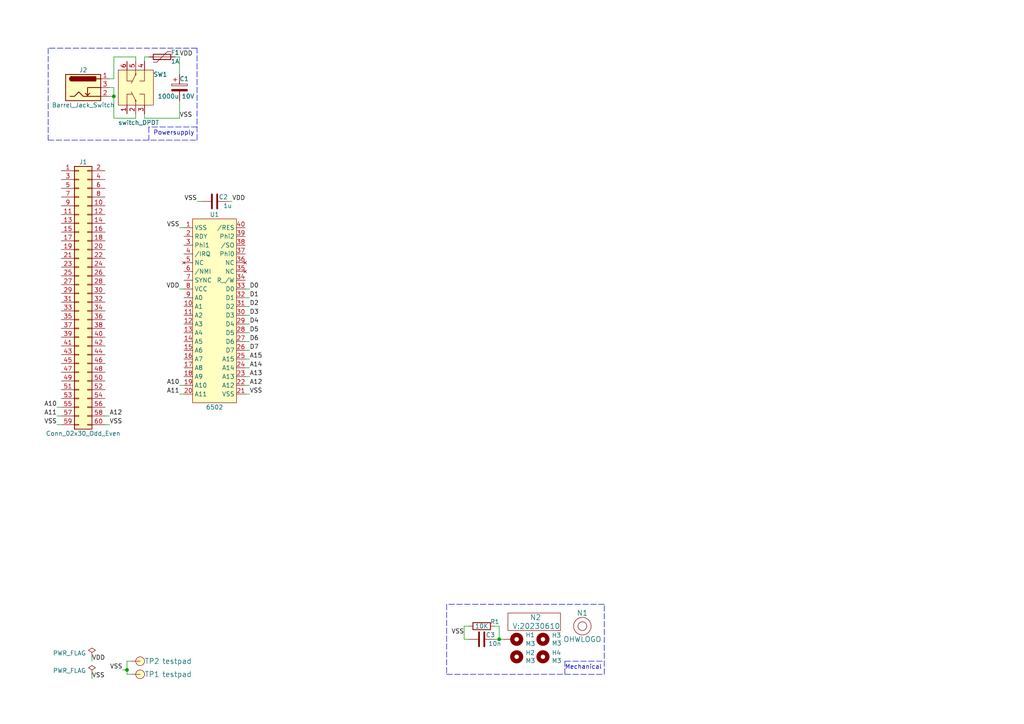
<source format=kicad_sch>
(kicad_sch (version 20211123) (generator eeschema)
  (paper "A4")
  (lib_symbols
    (symbol "65XX:6502"
      (property "Reference" "U" (at 0 27.94 0))
      (property "Value" "6502" (at 0 -27.94 0))
      (symbol "6502_0_1"
        (rectangle (start -6.35 26.67) (end 6.35 -26.67) (fill (type background)))
      )
      (symbol "6502_1_1"
        (pin power_in line (at -8.89 24.13 0) (length 2.54) (name "VSS") (number "1"))
        (pin output line (at -8.89 1.27 0) (length 2.54) (name "A1") (number "10"))
        (pin output line (at -8.89 -1.27 0) (length 2.54) (name "A2") (number "11"))
        (pin output line (at -8.89 -3.81 0) (length 2.54) (name "A3") (number "12"))
        (pin output line (at -8.89 -6.35 0) (length 2.54) (name "A4") (number "13"))
        (pin output line (at -8.89 -8.89 0) (length 2.54) (name "A5") (number "14"))
        (pin output line (at -8.89 -11.43 0) (length 2.54) (name "A6") (number "15"))
        (pin output line (at -8.89 -13.97 0) (length 2.54) (name "A7") (number "16"))
        (pin output line (at -8.89 -16.51 0) (length 2.54) (name "A8") (number "17"))
        (pin output line (at -8.89 -19.05 0) (length 2.54) (name "A9") (number "18"))
        (pin output line (at -8.89 -21.59 0) (length 2.54) (name "A10") (number "19"))
        (pin input line (at -8.89 21.59 0) (length 2.54) (name "RDY") (number "2"))
        (pin output line (at -8.89 -24.13 0) (length 2.54) (name "A11") (number "20"))
        (pin output line (at 8.89 -24.13 180) (length 2.54) (name "VSS") (number "21"))
        (pin output line (at 8.89 -21.59 180) (length 2.54) (name "A12") (number "22"))
        (pin output line (at 8.89 -19.05 180) (length 2.54) (name "A13") (number "23"))
        (pin output line (at 8.89 -16.51 180) (length 2.54) (name "A14") (number "24"))
        (pin output line (at 8.89 -13.97 180) (length 2.54) (name "A15") (number "25"))
        (pin bidirectional line (at 8.89 -11.43 180) (length 2.54) (name "D7") (number "26"))
        (pin bidirectional line (at 8.89 -8.89 180) (length 2.54) (name "D6") (number "27"))
        (pin bidirectional line (at 8.89 -6.35 180) (length 2.54) (name "D5") (number "28"))
        (pin bidirectional line (at 8.89 -3.81 180) (length 2.54) (name "D4") (number "29"))
        (pin output line (at -8.89 19.05 0) (length 2.54) (name "Phi1") (number "3"))
        (pin bidirectional line (at 8.89 -1.27 180) (length 2.54) (name "D3") (number "30"))
        (pin bidirectional line (at 8.89 1.27 180) (length 2.54) (name "D2") (number "31"))
        (pin bidirectional line (at 8.89 3.81 180) (length 2.54) (name "D1") (number "32"))
        (pin bidirectional line (at 8.89 6.35 180) (length 2.54) (name "D0") (number "33"))
        (pin output line (at 8.89 8.89 180) (length 2.54) (name "R_/W") (number "34"))
        (pin no_connect line (at 8.89 11.43 180) (length 2.54) (name "NC") (number "35"))
        (pin no_connect line (at 8.89 13.97 180) (length 2.54) (name "NC") (number "36"))
        (pin input line (at 8.89 16.51 180) (length 2.54) (name "Phi0") (number "37"))
        (pin input line (at 8.89 19.05 180) (length 2.54) (name "/SO") (number "38"))
        (pin output line (at 8.89 21.59 180) (length 2.54) (name "Phi2") (number "39"))
        (pin input line (at -8.89 16.51 0) (length 2.54) (name "/IRQ") (number "4"))
        (pin input line (at 8.89 24.13 180) (length 2.54) (name "/RES") (number "40"))
        (pin no_connect line (at -8.89 13.97 0) (length 2.54) (name "NC") (number "5"))
        (pin input line (at -8.89 11.43 0) (length 2.54) (name "/NMI") (number "6"))
        (pin output line (at -8.89 8.89 0) (length 2.54) (name "SYNC") (number "7"))
        (pin power_in line (at -8.89 6.35 0) (length 2.54) (name "VCC") (number "8"))
        (pin output line (at -8.89 3.81 0) (length 2.54) (name "A0") (number "9"))
      )
    )
    (symbol "Connector:Barrel_Jack_Switch" (pin_names hide)
      (property "Reference" "J" (at 0 5.334 0))
      (property "Value" "Barrel_Jack_Switch" (at 0 -5.08 0))
      (symbol "Barrel_Jack_Switch_0_1"
        (rectangle (start -5.08 3.81) (end 5.08 -3.81) (stroke (width 0.254)) (fill (type background)))
        (arc (start -3.302 3.175) (mid -3.937 2.54) (end -3.302 1.905) (stroke (width 0.254)))
        (arc (start -3.302 3.175) (mid -3.937 2.54) (end -3.302 1.905) (stroke (width 0.254)) (fill (type outline)))
        (polyline (pts (xy 1.27 -2.286) (xy 1.905 -1.651)) (stroke (width 0.254)))
        (polyline (pts (xy 5.08 2.54) (xy 3.81 2.54)) (stroke (width 0.254)))
        (polyline (pts (xy 5.08 0) (xy 1.27 0) (xy 1.27 -2.286) (xy 0.635 -1.651)) (stroke (width 0.254)))
        (polyline (pts (xy -3.81 -2.54) (xy -2.54 -2.54) (xy -1.27 -1.27) (xy 0 -2.54) (xy 2.54 -2.54) (xy 5.08 -2.54)) (stroke (width 0.254)))
        (rectangle (start 3.683 3.175) (end -3.302 1.905) (stroke (width 0.254)) (fill (type outline)))
      )
      (symbol "Barrel_Jack_Switch_1_1"
        (pin passive line (at 7.62 2.54 180) (length 2.54) (name "~") (number "1"))
        (pin passive line (at 7.62 -2.54 180) (length 2.54) (name "~") (number "2"))
        (pin passive line (at 7.62 0 180) (length 2.54) (name "~") (number "3"))
      )
    )
    (symbol "Connector_Generic:Conn_02x30_Odd_Even" (pin_names (offset 1.016) hide)
      (property "Reference" "J" (at 1.27 38.1 0))
      (property "Value" "Conn_02x30_Odd_Even" (at 1.27 -40.64 0))
      (symbol "Conn_02x30_Odd_Even_1_1"
        (rectangle (start -1.27 -37.973) (end 0 -38.227) (stroke (width 0.1524)))
        (rectangle (start -1.27 -35.433) (end 0 -35.687) (stroke (width 0.1524)))
        (rectangle (start -1.27 -32.893) (end 0 -33.147) (stroke (width 0.1524)))
        (rectangle (start -1.27 -30.353) (end 0 -30.607) (stroke (width 0.1524)))
        (rectangle (start -1.27 -27.813) (end 0 -28.067) (stroke (width 0.1524)))
        (rectangle (start -1.27 -25.273) (end 0 -25.527) (stroke (width 0.1524)))
        (rectangle (start -1.27 -22.733) (end 0 -22.987) (stroke (width 0.1524)))
        (rectangle (start -1.27 -20.193) (end 0 -20.447) (stroke (width 0.1524)))
        (rectangle (start -1.27 -17.653) (end 0 -17.907) (stroke (width 0.1524)))
        (rectangle (start -1.27 -15.113) (end 0 -15.367) (stroke (width 0.1524)))
        (rectangle (start -1.27 -12.573) (end 0 -12.827) (stroke (width 0.1524)))
        (rectangle (start -1.27 -10.033) (end 0 -10.287) (stroke (width 0.1524)))
        (rectangle (start -1.27 -7.493) (end 0 -7.747) (stroke (width 0.1524)))
        (rectangle (start -1.27 -4.953) (end 0 -5.207) (stroke (width 0.1524)))
        (rectangle (start -1.27 -2.413) (end 0 -2.667) (stroke (width 0.1524)))
        (rectangle (start -1.27 0.127) (end 0 -0.127) (stroke (width 0.1524)))
        (rectangle (start -1.27 2.667) (end 0 2.413) (stroke (width 0.1524)))
        (rectangle (start -1.27 5.207) (end 0 4.953) (stroke (width 0.1524)))
        (rectangle (start -1.27 7.747) (end 0 7.493) (stroke (width 0.1524)))
        (rectangle (start -1.27 10.287) (end 0 10.033) (stroke (width 0.1524)))
        (rectangle (start -1.27 12.827) (end 0 12.573) (stroke (width 0.1524)))
        (rectangle (start -1.27 15.367) (end 0 15.113) (stroke (width 0.1524)))
        (rectangle (start -1.27 17.907) (end 0 17.653) (stroke (width 0.1524)))
        (rectangle (start -1.27 20.447) (end 0 20.193) (stroke (width 0.1524)))
        (rectangle (start -1.27 22.987) (end 0 22.733) (stroke (width 0.1524)))
        (rectangle (start -1.27 25.527) (end 0 25.273) (stroke (width 0.1524)))
        (rectangle (start -1.27 28.067) (end 0 27.813) (stroke (width 0.1524)))
        (rectangle (start -1.27 30.607) (end 0 30.353) (stroke (width 0.1524)))
        (rectangle (start -1.27 33.147) (end 0 32.893) (stroke (width 0.1524)))
        (rectangle (start -1.27 35.687) (end 0 35.433) (stroke (width 0.1524)))
        (rectangle (start -1.27 36.83) (end 3.81 -39.37) (stroke (width 0.254)) (fill (type background)))
        (rectangle (start 3.81 -37.973) (end 2.54 -38.227) (stroke (width 0.1524)))
        (rectangle (start 3.81 -35.433) (end 2.54 -35.687) (stroke (width 0.1524)))
        (rectangle (start 3.81 -32.893) (end 2.54 -33.147) (stroke (width 0.1524)))
        (rectangle (start 3.81 -30.353) (end 2.54 -30.607) (stroke (width 0.1524)))
        (rectangle (start 3.81 -27.813) (end 2.54 -28.067) (stroke (width 0.1524)))
        (rectangle (start 3.81 -25.273) (end 2.54 -25.527) (stroke (width 0.1524)))
        (rectangle (start 3.81 -22.733) (end 2.54 -22.987) (stroke (width 0.1524)))
        (rectangle (start 3.81 -20.193) (end 2.54 -20.447) (stroke (width 0.1524)))
        (rectangle (start 3.81 -17.653) (end 2.54 -17.907) (stroke (width 0.1524)))
        (rectangle (start 3.81 -15.113) (end 2.54 -15.367) (stroke (width 0.1524)))
        (rectangle (start 3.81 -12.573) (end 2.54 -12.827) (stroke (width 0.1524)))
        (rectangle (start 3.81 -10.033) (end 2.54 -10.287) (stroke (width 0.1524)))
        (rectangle (start 3.81 -7.493) (end 2.54 -7.747) (stroke (width 0.1524)))
        (rectangle (start 3.81 -4.953) (end 2.54 -5.207) (stroke (width 0.1524)))
        (rectangle (start 3.81 -2.413) (end 2.54 -2.667) (stroke (width 0.1524)))
        (rectangle (start 3.81 0.127) (end 2.54 -0.127) (stroke (width 0.1524)))
        (rectangle (start 3.81 2.667) (end 2.54 2.413) (stroke (width 0.1524)))
        (rectangle (start 3.81 5.207) (end 2.54 4.953) (stroke (width 0.1524)))
        (rectangle (start 3.81 7.747) (end 2.54 7.493) (stroke (width 0.1524)))
        (rectangle (start 3.81 10.287) (end 2.54 10.033) (stroke (width 0.1524)))
        (rectangle (start 3.81 12.827) (end 2.54 12.573) (stroke (width 0.1524)))
        (rectangle (start 3.81 15.367) (end 2.54 15.113) (stroke (width 0.1524)))
        (rectangle (start 3.81 17.907) (end 2.54 17.653) (stroke (width 0.1524)))
        (rectangle (start 3.81 20.447) (end 2.54 20.193) (stroke (width 0.1524)))
        (rectangle (start 3.81 22.987) (end 2.54 22.733) (stroke (width 0.1524)))
        (rectangle (start 3.81 25.527) (end 2.54 25.273) (stroke (width 0.1524)))
        (rectangle (start 3.81 28.067) (end 2.54 27.813) (stroke (width 0.1524)))
        (rectangle (start 3.81 30.607) (end 2.54 30.353) (stroke (width 0.1524)))
        (rectangle (start 3.81 33.147) (end 2.54 32.893) (stroke (width 0.1524)))
        (rectangle (start 3.81 35.687) (end 2.54 35.433) (stroke (width 0.1524)))
        (pin passive line (at -5.08 35.56 0) (length 3.81) (name "Pin_1") (number "1"))
        (pin passive line (at 7.62 25.4 180) (length 3.81) (name "Pin_10") (number "10"))
        (pin passive line (at -5.08 22.86 0) (length 3.81) (name "Pin_11") (number "11"))
        (pin passive line (at 7.62 22.86 180) (length 3.81) (name "Pin_12") (number "12"))
        (pin passive line (at -5.08 20.32 0) (length 3.81) (name "Pin_13") (number "13"))
        (pin passive line (at 7.62 20.32 180) (length 3.81) (name "Pin_14") (number "14"))
        (pin passive line (at -5.08 17.78 0) (length 3.81) (name "Pin_15") (number "15"))
        (pin passive line (at 7.62 17.78 180) (length 3.81) (name "Pin_16") (number "16"))
        (pin passive line (at -5.08 15.24 0) (length 3.81) (name "Pin_17") (number "17"))
        (pin passive line (at 7.62 15.24 180) (length 3.81) (name "Pin_18") (number "18"))
        (pin passive line (at -5.08 12.7 0) (length 3.81) (name "Pin_19") (number "19"))
        (pin passive line (at 7.62 35.56 180) (length 3.81) (name "Pin_2") (number "2"))
        (pin passive line (at 7.62 12.7 180) (length 3.81) (name "Pin_20") (number "20"))
        (pin passive line (at -5.08 10.16 0) (length 3.81) (name "Pin_21") (number "21"))
        (pin passive line (at 7.62 10.16 180) (length 3.81) (name "Pin_22") (number "22"))
        (pin passive line (at -5.08 7.62 0) (length 3.81) (name "Pin_23") (number "23"))
        (pin passive line (at 7.62 7.62 180) (length 3.81) (name "Pin_24") (number "24"))
        (pin passive line (at -5.08 5.08 0) (length 3.81) (name "Pin_25") (number "25"))
        (pin passive line (at 7.62 5.08 180) (length 3.81) (name "Pin_26") (number "26"))
        (pin passive line (at -5.08 2.54 0) (length 3.81) (name "Pin_27") (number "27"))
        (pin passive line (at 7.62 2.54 180) (length 3.81) (name "Pin_28") (number "28"))
        (pin passive line (at -5.08 0 0) (length 3.81) (name "Pin_29") (number "29"))
        (pin passive line (at -5.08 33.02 0) (length 3.81) (name "Pin_3") (number "3"))
        (pin passive line (at 7.62 0 180) (length 3.81) (name "Pin_30") (number "30"))
        (pin passive line (at -5.08 -2.54 0) (length 3.81) (name "Pin_31") (number "31"))
        (pin passive line (at 7.62 -2.54 180) (length 3.81) (name "Pin_32") (number "32"))
        (pin passive line (at -5.08 -5.08 0) (length 3.81) (name "Pin_33") (number "33"))
        (pin passive line (at 7.62 -5.08 180) (length 3.81) (name "Pin_34") (number "34"))
        (pin passive line (at -5.08 -7.62 0) (length 3.81) (name "Pin_35") (number "35"))
        (pin passive line (at 7.62 -7.62 180) (length 3.81) (name "Pin_36") (number "36"))
        (pin passive line (at -5.08 -10.16 0) (length 3.81) (name "Pin_37") (number "37"))
        (pin passive line (at 7.62 -10.16 180) (length 3.81) (name "Pin_38") (number "38"))
        (pin passive line (at -5.08 -12.7 0) (length 3.81) (name "Pin_39") (number "39"))
        (pin passive line (at 7.62 33.02 180) (length 3.81) (name "Pin_4") (number "4"))
        (pin passive line (at 7.62 -12.7 180) (length 3.81) (name "Pin_40") (number "40"))
        (pin passive line (at -5.08 -15.24 0) (length 3.81) (name "Pin_41") (number "41"))
        (pin passive line (at 7.62 -15.24 180) (length 3.81) (name "Pin_42") (number "42"))
        (pin passive line (at -5.08 -17.78 0) (length 3.81) (name "Pin_43") (number "43"))
        (pin passive line (at 7.62 -17.78 180) (length 3.81) (name "Pin_44") (number "44"))
        (pin passive line (at -5.08 -20.32 0) (length 3.81) (name "Pin_45") (number "45"))
        (pin passive line (at 7.62 -20.32 180) (length 3.81) (name "Pin_46") (number "46"))
        (pin passive line (at -5.08 -22.86 0) (length 3.81) (name "Pin_47") (number "47"))
        (pin passive line (at 7.62 -22.86 180) (length 3.81) (name "Pin_48") (number "48"))
        (pin passive line (at -5.08 -25.4 0) (length 3.81) (name "Pin_49") (number "49"))
        (pin passive line (at -5.08 30.48 0) (length 3.81) (name "Pin_5") (number "5"))
        (pin passive line (at 7.62 -25.4 180) (length 3.81) (name "Pin_50") (number "50"))
        (pin passive line (at -5.08 -27.94 0) (length 3.81) (name "Pin_51") (number "51"))
        (pin passive line (at 7.62 -27.94 180) (length 3.81) (name "Pin_52") (number "52"))
        (pin passive line (at -5.08 -30.48 0) (length 3.81) (name "Pin_53") (number "53"))
        (pin passive line (at 7.62 -30.48 180) (length 3.81) (name "Pin_54") (number "54"))
        (pin passive line (at -5.08 -33.02 0) (length 3.81) (name "Pin_55") (number "55"))
        (pin passive line (at 7.62 -33.02 180) (length 3.81) (name "Pin_56") (number "56"))
        (pin passive line (at -5.08 -35.56 0) (length 3.81) (name "Pin_57") (number "57"))
        (pin passive line (at 7.62 -35.56 180) (length 3.81) (name "Pin_58") (number "58"))
        (pin passive line (at -5.08 -38.1 0) (length 3.81) (name "Pin_59") (number "59"))
        (pin passive line (at 7.62 30.48 180) (length 3.81) (name "Pin_6") (number "6"))
        (pin passive line (at 7.62 -38.1 180) (length 3.81) (name "Pin_60") (number "60"))
        (pin passive line (at -5.08 27.94 0) (length 3.81) (name "Pin_7") (number "7"))
        (pin passive line (at 7.62 27.94 180) (length 3.81) (name "Pin_8") (number "8"))
        (pin passive line (at -5.08 25.4 0) (length 3.81) (name "Pin_9") (number "9"))
      )
    )
    (symbol "Device:C" (pin_numbers hide) (pin_names (offset 0.254))
      (property "Reference" "C" (at 0.635 2.54 0))
      (property "Value" "C" (at 0.635 -2.54 0))
      (symbol "C_0_1"
        (polyline (pts (xy -2.032 -0.762) (xy 2.032 -0.762)) (stroke (width 0.508)))
        (polyline (pts (xy -2.032 0.762) (xy 2.032 0.762)) (stroke (width 0.508)))
      )
      (symbol "C_1_1"
        (pin passive line (at 0 3.81 270) (length 2.794) (name "~") (number "1"))
        (pin passive line (at 0 -3.81 90) (length 2.794) (name "~") (number "2"))
      )
    )
    (symbol "Device:C_Polarized" (pin_numbers hide) (pin_names (offset 0.254))
      (property "Reference" "C" (at 0.635 2.54 0))
      (property "Value" "C_Polarized" (at 0.635 -2.54 0))
      (symbol "C_Polarized_0_1"
        (rectangle (start -2.286 0.508) (end 2.286 1.016))
        (polyline (pts (xy -1.778 2.286) (xy -0.762 2.286)))
        (polyline (pts (xy -1.27 2.794) (xy -1.27 1.778)))
        (rectangle (start 2.286 -0.508) (end -2.286 -1.016) (fill (type outline)))
      )
      (symbol "C_Polarized_1_1"
        (pin passive line (at 0 3.81 270) (length 2.794) (name "~") (number "1"))
        (pin passive line (at 0 -3.81 90) (length 2.794) (name "~") (number "2"))
      )
    )
    (symbol "Device:Polyfuse" (pin_numbers hide) (pin_names (offset 0))
      (property "Reference" "F" (at -2.54 0 90))
      (property "Value" "Polyfuse" (at 2.54 0 90))
      (symbol "Polyfuse_0_1"
        (rectangle (start -0.762 2.54) (end 0.762 -2.54) (stroke (width 0.254)))
        (polyline (pts (xy 0 2.54) (xy 0 -2.54)))
        (polyline (pts (xy -1.524 2.54) (xy -1.524 1.524) (xy 1.524 -1.524) (xy 1.524 -2.54)))
      )
      (symbol "Polyfuse_1_1"
        (pin passive line (at 0 3.81 270) (length 1.27) (name "~") (number "1"))
        (pin passive line (at 0 -3.81 90) (length 1.27) (name "~") (number "2"))
      )
    )
    (symbol "Device:R" (pin_numbers hide) (pin_names (offset 0))
      (property "Reference" "R" (at 2.032 0 90))
      (property "Value" "R" (at 0 0 90))
      (symbol "R_0_1"
        (rectangle (start -1.016 -2.54) (end 1.016 2.54) (stroke (width 0.254)))
      )
      (symbol "R_1_1"
        (pin passive line (at 0 3.81 270) (length 1.27) (name "~") (number "1"))
        (pin passive line (at 0 -3.81 90) (length 1.27) (name "~") (number "2"))
      )
    )
    (symbol "Mechanical:MountingHole" (pin_names (offset 1.016))
      (property "Reference" "H" (at 0 5.08 0))
      (property "Value" "MountingHole" (at 0 3.175 0))
      (symbol "MountingHole_0_1"
        (circle (center 0 0) (radius 1.27) (stroke (width 1.27)))
      )
    )
    (symbol "Mechanical:MountingHole_Pad" (pin_numbers hide) (pin_names (offset 1.016) hide)
      (property "Reference" "H" (at 0 6.35 0))
      (property "Value" "MountingHole_Pad" (at 0 4.445 0))
      (symbol "MountingHole_Pad_0_1"
        (circle (center 0 1.27) (radius 1.27) (stroke (width 1.27)))
      )
      (symbol "MountingHole_Pad_1_1"
        (pin input line (at 0 -2.54 90) (length 2.54) (name "1") (number "1"))
      )
    )
    (symbol "SquantorLabels:OHWLOGO" (pin_names (offset 1.016))
      (property "Reference" "N" (at 0 3.81 0))
      (property "Value" "OHWLOGO" (at 0 -3.81 0))
      (symbol "OHWLOGO_0_1"
        (circle (center 0 0) (radius 1.27))
        (circle (center 0 0) (radius 2.54))
      )
    )
    (symbol "SquantorLabels:VYYYYMMDD" (pin_names (offset 1.016))
      (property "Reference" "N" (at 0 2.54 0))
      (property "Value" "VYYYYMMDD" (at 0 0 0))
      (symbol "VYYYYMMDD_0_1"
        (rectangle (start 7.62 -1.27) (end -7.62 3.81))
      )
    )
    (symbol "SquantorProto:testpad" (pin_numbers hide) (pin_names (offset 1.016) hide)
      (property "Reference" "TP" (at 0 2.54 0))
      (property "Value" "testpad" (at 0 -2.54 0))
      (symbol "testpad_0_1"
        (circle (center 0 0) (radius 1.27) (fill (type background)))
      )
      (symbol "testpad_1_1"
        (pin passive line (at -2.54 0 0) (length 2.54) (name "1") (number "1"))
      )
    )
    (symbol "SquantorSwitches:switch_DPDT" (pin_names hide)
      (property "Reference" "SW" (at 0 12.7 0))
      (property "Value" "switch_DPDT" (at 0 -10.795 0))
      (symbol "switch_DPDT_0_1"
        (rectangle (start -5.08 5.08) (end 5.08 -5.08) (fill (type background)))
        (circle (center -3.81 0) (radius 0.127))
        (polyline (pts (xy 4.445 5.08) (xy 4.445 5.08)))
        (polyline (pts (xy -5.08 -2.54) (xy -1.905 -2.54) (xy -1.905 -1.143)))
        (polyline (pts (xy -5.08 0) (xy -3.81 0) (xy -1.27 1.27)))
        (polyline (pts (xy -5.08 2.54) (xy -1.905 2.54) (xy -1.905 1.016)))
        (polyline (pts (xy 5.08 -2.54) (xy 1.905 -2.54) (xy 1.905 -1.143)))
        (polyline (pts (xy 5.08 0) (xy 3.81 0) (xy 1.27 1.27)))
        (polyline (pts (xy 5.08 2.54) (xy 1.905 2.54) (xy 1.905 1.016)))
        (circle (center 3.81 0) (radius 0.127))
        (rectangle (start 5.08 5.08) (end 5.08 5.08) (fill (type background)))
      )
      (symbol "switch_DPDT_1_1"
        (pin passive line (at -7.62 2.54 0) (length 2.54) (name "SW1_P1") (number "1"))
        (pin passive line (at -7.62 0 0) (length 2.54) (name "SW1_C1") (number "2"))
        (pin passive line (at -7.62 -2.54 0) (length 2.54) (name "SW1_P2") (number "3"))
        (pin passive line (at 7.62 -2.54 180) (length 2.54) (name "SW2_P2") (number "4"))
        (pin passive line (at 7.62 0 180) (length 2.54) (name "SW2_C1") (number "5"))
        (pin passive line (at 7.62 2.54 180) (length 2.54) (name "SW2_P2") (number "6"))
      )
    )
    (symbol "power:PWR_FLAG" (power) (pin_numbers hide) (pin_names (offset 0) hide)
      (property "Value" "PWR_FLAG" (at 0 3.81 0))
      (symbol "PWR_FLAG_0_0"
        (pin power_out line (at 0 0 90) (length 0) (name "pwr") (number "1"))
      )
      (symbol "PWR_FLAG_0_1"
        (polyline (pts (xy 0 0) (xy 0 1.27) (xy -1.016 1.905) (xy 0 2.54) (xy 1.016 1.905) (xy 0 1.27)))
      )
    )
  )
  (junction (at 144.78 185.42))
  (junction (at 33.02 27.94))
  (junction (at 36.83 194.31))
  (wire (pts (xy 16.51 118.11) (xy 17.78 118.11)))
  (polyline (pts (xy 57.15 40.64) (xy 57.15 13.97)))
  (wire (pts (xy 31.75 27.94) (xy 33.02 27.94)))
  (wire (pts (xy 41.91 34.29) (xy 41.91 33.02)))
  (polyline (pts (xy 163.83 195.58) (xy 163.83 191.77)))
  (wire (pts (xy 41.91 34.29) (xy 52.07 34.29)))
  (wire (pts (xy 36.83 194.31) (xy 36.83 191.77)))
  (polyline (pts (xy 175.26 195.58) (xy 175.26 175.26)))
  (wire (pts (xy 135.89 181.61) (xy 134.62 181.61)))
  (wire (pts (xy 143.51 185.42) (xy 144.78 185.42)))
  (wire (pts (xy 143.51 181.61) (xy 144.78 181.61)))
  (wire (pts (xy 134.62 181.61) (xy 134.62 185.42)))
  (wire (pts (xy 71.12 93.98) (xy 72.39 93.98)))
  (wire (pts (xy 31.75 22.86) (xy 33.02 22.86)))
  (wire (pts (xy 50.8 16.51) (xy 52.07 16.51)))
  (wire (pts (xy 16.51 120.65) (xy 17.78 120.65)))
  (wire (pts (xy 71.12 96.52) (xy 72.39 96.52)))
  (wire (pts (xy 71.12 99.06) (xy 72.39 99.06)))
  (wire (pts (xy 71.12 114.3) (xy 72.39 114.3)))
  (wire (pts (xy 52.07 16.51) (xy 52.07 21.59)))
  (wire (pts (xy 41.91 16.51) (xy 41.91 17.78)))
  (wire (pts (xy 43.18 16.51) (xy 41.91 16.51)))
  (wire (pts (xy 71.12 101.6) (xy 72.39 101.6)))
  (wire (pts (xy 52.07 83.82) (xy 53.34 83.82)))
  (wire (pts (xy 33.02 27.94) (xy 33.02 34.29)))
  (wire (pts (xy 52.07 66.04) (xy 53.34 66.04)))
  (polyline (pts (xy 13.97 40.64) (xy 57.15 40.64)))
  (polyline (pts (xy 163.83 191.77) (xy 175.26 191.77)))
  (wire (pts (xy 71.12 104.14) (xy 72.39 104.14)))
  (wire (pts (xy 52.07 111.76) (xy 53.34 111.76)))
  (wire (pts (xy 33.02 34.29) (xy 39.37 34.29)))
  (polyline (pts (xy 57.15 36.83) (xy 43.18 36.83)))
  (wire (pts (xy 134.62 185.42) (xy 135.89 185.42)))
  (wire (pts (xy 144.78 185.42) (xy 146.05 185.42)))
  (wire (pts (xy 144.78 181.61) (xy 144.78 185.42)))
  (polyline (pts (xy 43.18 36.83) (xy 43.18 40.64)))
  (polyline (pts (xy 129.54 175.26) (xy 129.54 195.58)))
  (wire (pts (xy 71.12 86.36) (xy 72.39 86.36)))
  (polyline (pts (xy 57.15 13.97) (xy 13.97 13.97)))
  (wire (pts (xy 71.12 83.82) (xy 72.39 83.82)))
  (wire (pts (xy 39.37 16.51) (xy 39.37 17.78)))
  (wire (pts (xy 30.48 120.65) (xy 31.75 120.65)))
  (wire (pts (xy 39.37 33.02) (xy 39.37 34.29)))
  (wire (pts (xy 35.56 194.31) (xy 36.83 194.31)))
  (polyline (pts (xy 175.26 175.26) (xy 129.54 175.26)))
  (wire (pts (xy 71.12 109.22) (xy 72.39 109.22)))
  (wire (pts (xy 52.07 34.29) (xy 52.07 29.21)))
  (wire (pts (xy 33.02 16.51) (xy 39.37 16.51)))
  (wire (pts (xy 33.02 25.4) (xy 33.02 27.94)))
  (wire (pts (xy 36.83 195.58) (xy 36.83 194.31)))
  (wire (pts (xy 16.51 123.19) (xy 17.78 123.19)))
  (wire (pts (xy 71.12 88.9) (xy 72.39 88.9)))
  (wire (pts (xy 38.1 195.58) (xy 36.83 195.58)))
  (wire (pts (xy 71.12 106.68) (xy 72.39 106.68)))
  (wire (pts (xy 33.02 22.86) (xy 33.02 16.51)))
  (wire (pts (xy 26.67 191.77) (xy 26.67 190.5)))
  (wire (pts (xy 71.12 91.44) (xy 72.39 91.44)))
  (wire (pts (xy 30.48 123.19) (xy 31.75 123.19)))
  (wire (pts (xy 26.67 196.85) (xy 26.67 195.58)))
  (polyline (pts (xy 129.54 195.58) (xy 175.26 195.58)))
  (wire (pts (xy 36.83 191.77) (xy 38.1 191.77)))
  (wire (pts (xy 66.04 58.42) (xy 67.31 58.42)))
  (wire (pts (xy 52.07 114.3) (xy 53.34 114.3)))
  (wire (pts (xy 57.15 58.42) (xy 58.42 58.42)))
  (polyline (pts (xy 13.97 13.97) (xy 13.97 40.64)))
  (wire (pts (xy 71.12 111.76) (xy 72.39 111.76)))
  (wire (pts (xy 31.75 25.4) (xy 33.02 25.4)))
  (text "Mechanical" (at 163.83 194.31 0) (effects (font (size 1.27 1.27)) (justify left bottom)))
  (text "Powersupply" (at 44.45 39.37 0) (effects (font (size 1.27 1.27)) (justify left bottom)))
  (label "A15" (at 72.39 104.14 0))
  (label "A11" (at 52.07 114.3 180))
  (label "VSS" (at 31.75 123.19 0))
  (label "A10" (at 16.51 118.11 180))
  (label "D7" (at 72.39 101.6 0))
  (label "VSS" (at 52.07 66.04 180))
  (label "D6" (at 72.39 99.06 0))
  (label "D4" (at 72.39 93.98 0))
  (label "A10" (at 52.07 111.76 180))
  (label "VDD" (at 26.67 191.77 0))
  (label "VDD" (at 67.31 58.42 0))
  (label "A12" (at 72.39 111.76 0))
  (label "A12" (at 31.75 120.65 0))
  (label "A11" (at 16.51 120.65 180))
  (label "D5" (at 72.39 96.52 0))
  (label "VDD" (at 52.07 16.51 0))
  (label "VSS" (at 52.07 34.29 0))
  (label "VSS" (at 57.15 58.42 180))
  (label "D1" (at 72.39 86.36 0))
  (label "VSS" (at 134.62 184.15 180))
  (label "VSS" (at 16.51 123.19 180))
  (label "VSS" (at 35.56 194.31 180))
  (label "VSS" (at 72.39 114.3 0))
  (label "A13" (at 72.39 109.22 0))
  (label "D2" (at 72.39 88.9 0))
  (label "VSS" (at 26.67 196.85 0))
  (label "VDD" (at 52.07 83.82 180))
  (label "A14" (at 72.39 106.68 0))
  (label "D0" (at 72.39 83.82 0))
  (label "D3" (at 72.39 91.44 0))
  (symbol (lib_id "SquantorLabels:OHWLOGO") (at 168.91 181.61 0) (unit 1)
    (property "Reference" "N1" (at 168.91 177.8 0) (effects (font (size 1.524 1.524))))
    (property "Value" "OHWLOGO" (at 168.91 185.42 0) (effects (font (size 1.524 1.524))))
    (property "Footprint" "Symbols:OSHW-Symbol_6.7x6mm_SilkScreen" (effects hide))
  )
  (symbol (lib_id "SquantorLabels:VYYYYMMDD") (at 154.94 181.61 0) (unit 1)
    (property "Reference" "N2" (at 153.67 179.07 0) (effects (font (size 1.524 1.524)) (justify left)))
    (property "Value" "V:20230610" (at 148.59 181.61 0) (effects (font (size 1.524 1.524)) (justify left)))
    (property "Footprint" "SquantorLabels:Label_Generic" (effects hide))
  )
  (symbol (lib_id "Mechanical:MountingHole_Pad") (at 148.59 185.42 270) (unit 1)
    (property "Reference" "H1" (at 152.4 184.1499 90) (effects (justify left)))
    (property "Value" "M3" (at 152.4 186.6899 90) (effects (justify left)))
    (property "Footprint" "MountingHole:MountingHole_3.2mm_M3_Pad_Via" (effects hide))
  )
  (symbol (lib_id "Mechanical:MountingHole") (at 149.86 190.5 0) (unit 1)
    (property "Reference" "H2" (at 152.4 189.3316 0) (effects (justify left)))
    (property "Value" "M3" (at 152.4 191.643 0) (effects (justify left)))
    (property "Footprint" "MountingHole:MountingHole_3.2mm_M3_Pad_Via" (effects hide))
  )
  (symbol (lib_id "Mechanical:MountingHole") (at 157.48 185.42 0) (unit 1)
    (property "Reference" "H3" (at 160.02 184.2516 0) (effects (justify left)))
    (property "Value" "M3" (at 160.02 186.563 0) (effects (justify left)))
    (property "Footprint" "MountingHole:MountingHole_3.2mm_M3_Pad_Via" (effects hide))
  )
  (symbol (lib_id "Mechanical:MountingHole") (at 157.48 190.5 0) (unit 1)
    (property "Reference" "H4" (at 160.02 189.3316 0) (effects (justify left)))
    (property "Value" "M3" (at 160.02 191.643 0) (effects (justify left)))
    (property "Footprint" "MountingHole:MountingHole_3.2mm_M3_Pad_Via" (effects hide))
  )
  (symbol (lib_id "SquantorProto:testpad") (at 40.64 191.77 0) (unit 1)
    (property "Reference" "TP2" (at 41.91 191.77 0) (effects (font (size 1.524 1.524)) (justify left)))
    (property "Value" "testpad" (at 46.99 191.77 0) (effects (font (size 1.524 1.524)) (justify left)))
    (property "Footprint" "TestPoint:TestPoint_THTPad_D1.0mm_Drill0.5mm" (effects hide))
  )
  (symbol (lib_id "power:PWR_FLAG") (at 26.67 190.5 0) (unit 1)
    (property "Reference" "#FLG0101" (effects hide))
    (property "Value" "PWR_FLAG" (at 24.9682 189.4332 0) (effects (justify right)))
  )
  (symbol (lib_id "power:PWR_FLAG") (at 26.67 195.58 0) (unit 1)
    (property "Reference" "#FLG0102" (effects hide))
    (property "Value" "PWR_FLAG" (at 24.9682 194.5132 0) (effects (justify right)))
  )
  (symbol (lib_id "SquantorProto:testpad") (at 40.64 195.58 0) (unit 1)
    (property "Reference" "TP1" (at 41.91 195.58 0) (effects (font (size 1.524 1.524)) (justify left)))
    (property "Value" "testpad" (at 46.99 195.58 0) (effects (font (size 1.524 1.524)) (justify left)))
    (property "Footprint" "TestPoint:TestPoint_THTPad_D1.0mm_Drill0.5mm" (effects hide))
  )
  (symbol (lib_id "Device:Polyfuse") (at 46.99 16.51 90) (unit 1)
    (property "Reference" "F1" (at 50.8 15.24 90))
    (property "Value" "1A" (at 50.8 17.78 90))
    (property "Footprint" "Fuse:Fuse_Bourns_MF-RG1000" (effects hide))
  )
  (symbol (lib_id "Device:C") (at 62.23 58.42 90) (unit 1)
    (property "Reference" "C2" (at 64.77 57.15 90))
    (property "Value" "1u" (at 66.04 59.69 90))
    (property "Footprint" "SquantorRcl:C_0805+0603" (effects hide))
  )
  (symbol (lib_id "SquantorSwitches:switch_DPDT") (at 39.37 25.4 90) (unit 1)
    (property "Reference" "SW1" (at 44.45 21.59 90) (effects (justify right)))
    (property "Value" "switch_DPDT" (at 34.29 35.56 90) (effects (justify right)))
    (property "Footprint" "SquantorSwitches:PS-22F02" (effects hide))
  )
  (symbol (lib_id "Connector_Generic:Conn_02x30_Odd_Even") (at 22.86 85.09 0) (unit 1)
    (property "Reference" "J1" (at 24.13 46.99 0))
    (property "Value" "Conn_02x30_Odd_Even" (at 24.13 125.73 0))
    (property "Footprint" "Connector_PinHeader_2.54mm:PinHeader_2x30_P2.54mm_Vertical" (effects hide))
  )
  (symbol (lib_id "Device:C_Polarized") (at 52.07 25.4 0) (unit 1)
    (property "Reference" "C1" (at 52.07 22.86 0) (effects (justify left)))
    (property "Value" "1000u 10V" (at 45.72 27.94 0) (effects (justify left)))
    (property "Footprint" "SquantorRcl:C-035-100-elco" (effects hide))
  )
  (symbol (lib_id "Connector:Barrel_Jack_Switch") (at 24.13 25.4 0) (unit 1)
    (property "Reference" "J2" (at 24.13 20.32 0))
    (property "Value" "Barrel_Jack_Switch" (at 24.13 30.48 0))
    (property "Footprint" "SquantorConnectors:BarrelJack_Horizontal_Holed" (effects hide))
  )
  (symbol (lib_id "Device:C") (at 139.7 185.42 90) (unit 1)
    (property "Reference" "C3" (at 142.24 184.15 90))
    (property "Value" "10n" (at 143.51 186.69 90))
    (property "Footprint" "SquantorRcl:C_0805" (effects hide))
  )
  (symbol (lib_id "65XX:6502") (at 62.23 90.17 0) (unit 1)
    (property "Reference" "U1" (at 62.23 62.23 0))
    (property "Value" "6502" (at 62.23 118.11 0))
    (property "Footprint" "Package_DIP:DIP-40_W15.24mm_Socket_LongPads" (effects hide))
  )
  (symbol (lib_id "Device:R") (at 139.7 181.61 90) (unit 1)
    (property "Reference" "R1" (at 143.51 180.34 90))
    (property "Value" "10K" (at 139.7 181.61 90))
    (property "Footprint" "SquantorRcl:R_0603_hand" (effects hide))
  )
)
</source>
